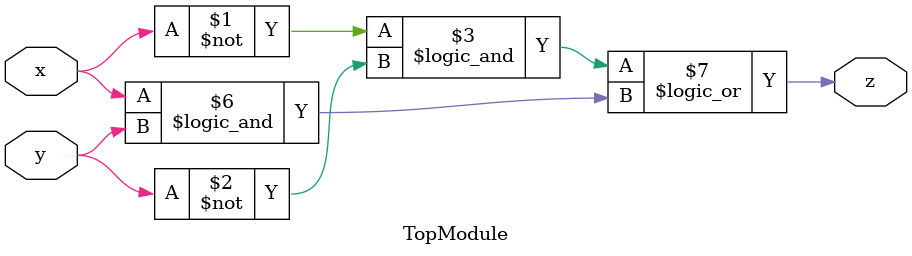
<source format=v>
module TopModule (
  input x,
  input y,
  output z
);

  assign z = (x == 0 && y == 0) || (x == 1 && y == 1);

endmodule
</source>
